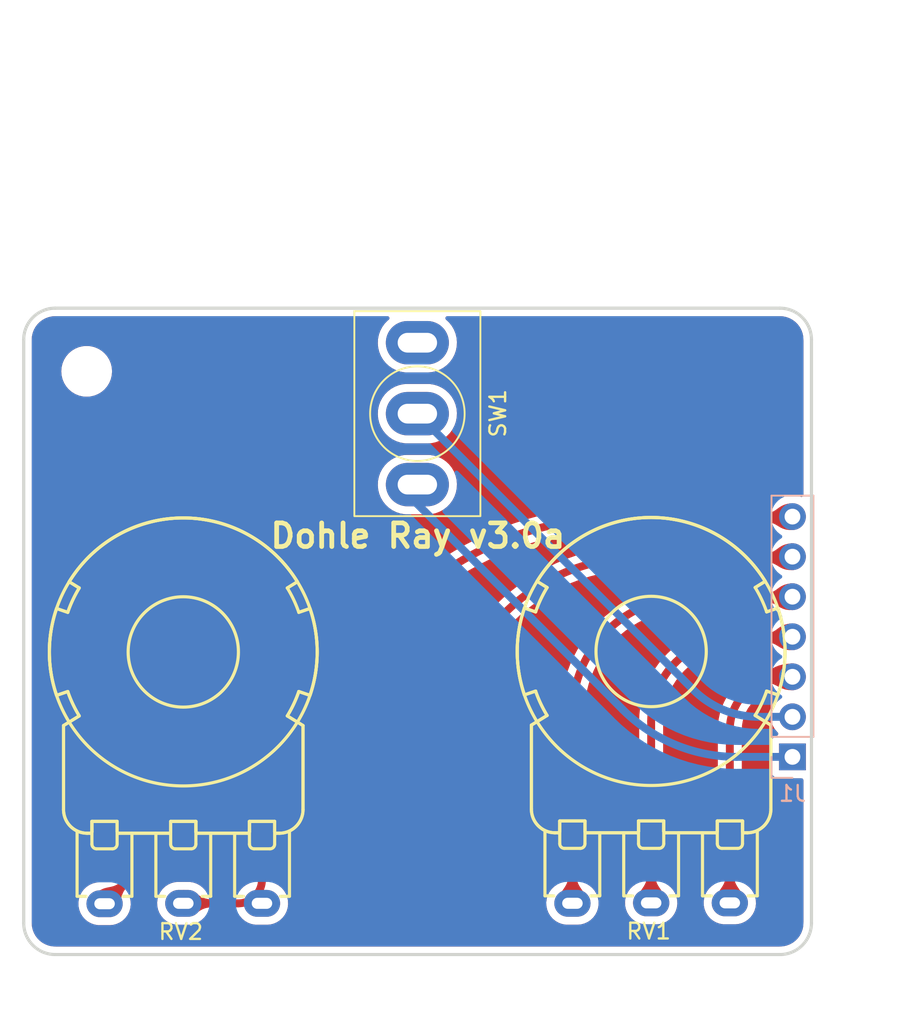
<source format=kicad_pcb>
(kicad_pcb (version 20211014) (generator pcbnew)
  (layers (0 "F.Cu" signal) (31 "B.Cu" signal) (34 "B.Paste" user) (35 "F.Paste" user) (36 "B.SilkS" user "B.Silkscreen") (37 "F.SilkS" user "F.Silkscreen") (38 "B.Mask" user) (39 "F.Mask" user) (44 "Edge.Cuts" user))
  (net 0 "")
  (net 1 "G1&2")
  (net 2 "G3")
  (net 3 "D1")
  (net 4 "D2")
  (net 5 "D3")
  (net 6 "B1")
  (net 7 "B2")
  (footprint "MountingHole:MountingHole_2.2mm_M2" (layer "F.Cu") (at 118.219202 100.97062)
    (fp_text reference "H1" hide)
    (fp_text value "MountingHole")
    (pad "" np_thru_hole circle locked (at 0 0) (size 2.2 2.2) (drill 2.2) (layers *.Cu *.Mask))
  )
  (footprint "Footprints:Vertical big potentiometer" (layer "F.Cu") (at 154.290636 136.987716)
    (fp_text reference "RV1" (at -0.4 -0.5 unlocked) (layer "F.SilkS"))
    (fp_text value "R_Potentiometer")
    (fp_line (start 6.359518 -22.305259) (end 6.998521 -22.69791) (layer "F.SilkS") (width 0.2))
    (fp_line (start 5.556482 -7.497868) (end 5.556482 -6.847868) (layer "F.SilkS") (width 0.2))
    (fp_line (start 5.656482 -6.747868) (end 5.856482 -6.747868) (layer "F.SilkS") (width 0.2))
    (fp_line (start 3.956482 -7.497868) (end 5.556482 -7.497868) (layer "F.SilkS") (width 0.2))
    (fp_line (start -1.043518 -7.497868) (end 0.556482 -7.497868) (layer "F.SilkS") (width 0.2))
    (fp_line (start -7.485556 -22.69791) (end -6.846553 -22.305259) (layer "F.SilkS") (width 0.2))
    (fp_line (start 0.556482 -7.497868) (end 0.556482 -6.847868) (layer "F.SilkS") (width 0.2))
    (fp_line (start -8.285048 -15.494) (end -7.575501 -15.736988) (layer "F.SilkS") (width 0.2))
    (fp_line (start 0.556482 -7.497868) (end 0.556482 -6.847868) (layer "F.SilkS") (width 0.2))
    (fp_line (start 7.356482 -8.247868) (end 7.356482 -13.577868) (layer "F.SilkS") (width 0.2))
    (fp_line (start -4.443518 -7.497868) (end -4.443518 -6.847868) (layer "F.SilkS") (width 0.2))
    (fp_line (start -6.983518 -2.747868) (end -6.421958 -2.745139) (layer "F.SilkS") (width 0.2))
    (fp_line (start 3.956482 -6.057868) (end 3.956482 -6.997868) (layer "F.SilkS") (width 0.2))
    (fp_line (start -6.043518 -6.847868) (end -6.043518 -7.497868) (layer "F.SilkS") (width 0.2))
    (fp_line (start -3.503518 -2.747868) (end -3.503518 -2.828416) (layer "F.SilkS") (width 0.2))
    (fp_line (start 5.256482 -5.757868) (end 4.256482 -5.757868) (layer "F.SilkS") (width 0.2))
    (fp_line (start -4.743518 -5.757868) (end -5.743518 -5.757868) (layer "F.SilkS") (width 0.2))
    (fp_line (start 7.356482 -13.577868) (end 6.359518 -14.190476) (layer "F.SilkS") (width 0.2))
    (fp_line (start 5.656482 -6.747868) (end 5.856482 -6.747868) (layer "F.SilkS") (width 0.2))
    (fp_line (start 6.496482 -2.747868) (end 6.496482 -6.891254) (layer "F.SilkS") (width 0.2))
    (fp_line (start -1.043518 -7.497868) (end 0.556482 -7.497868) (layer "F.SilkS") (width 0.2))
    (fp_line (start -3.503518 -2.828416) (end -3.503518 -6.747868) (layer "F.SilkS") (width 0.2))
    (fp_line (start 6.496482 -2.747868) (end 5.923636 -2.745139) (layer "F.SilkS") (width 0.2))
    (fp_line (start -1.043518 -6.057868) (end -1.043518 -6.997868) (layer "F.SilkS") (width 0.2))
    (fp_line (start -6.983518 -2.747868) (end -6.983518 -6.891254) (layer "F.SilkS") (width 0.2))
    (fp_line (start 3.956482 -6.847868) (end 3.956482 -7.497868) (layer "F.SilkS") (width 0.2))
    (fp_line (start -6.846553 -14.190476) (end -7.843518 -13.577868) (layer "F.SilkS") (width 0.2))
    (fp_line (start 1.496482 -2.747868) (end 1.496482 -6.747868) (layer "F.SilkS") (width 0.2))
    (fp_line (start -6.043518 -6.997868) (end -6.043518 -7.497868) (layer "F.SilkS") (width 0.2))
    (fp_line (start -6.043518 -7.497868) (end -4.443518 -7.497868) (layer "F.SilkS") (width 0.2))
    (fp_line (start -7.843518 -13.577868) (end -7.843518 -8.247868) (layer "F.SilkS") (width 0.2))
    (fp_line (start 6.359518 -22.305259) (end 6.998521 -22.69791) (layer "F.SilkS") (width 0.2))
    (fp_line (start 5.556482 -6.997868) (end 5.556482 -6.057868) (layer "F.SilkS") (width 0.2))
    (fp_line (start 0.556482 -6.997868) (end 0.556482 -6.057868) (layer "F.SilkS") (width 0.2))
    (fp_line (start 0.256482 -5.757868) (end -0.743518 -5.757868) (layer "F.SilkS") (width 0.2))
    (fp_line (start -1.983518 -2.747868) (end -1.983518 -6.747868) (layer "F.SilkS") (width 0.2))
    (fp_line (start -7.575501 -20.758748) (end -8.285048 -21.001736) (layer "F.SilkS") (width 0.2))
    (fp_line (start 3.956482 -7.497868) (end 5.556482 -7.497868) (layer "F.SilkS") (width 0.2))
    (fp_line (start -7.843518 -13.577868) (end -7.843518 -8.247868) (layer "F.SilkS") (width 0.2))
    (fp_line (start 0.556482 -7.497868) (end 0.556482 -6.997868) (layer "F.SilkS") (width 0.2))
    (fp_line (start 1.496482 -2.747868) (end 0.952672 -2.745139) (layer "F.SilkS") (width 0.2))
    (fp_line (start -3.503518 -2.747868) (end -4.069073 -2.745139) (layer "F.SilkS") (width 0.2))
    (fp_line (start -4.343518 -6.747868) (end -1.143518 -6.747868) (layer "F.SilkS") (width 0.2))
    (fp_line (start -1.983518 -2.747868) (end -1.422782 -2.745139) (layer "F.SilkS") (width 0.2))
    (fp_line (start -1.043518 -6.847868) (end -1.043518 -7.497868) (layer "F.SilkS") (width 0.2))
    (fp_line (start 0.656482 -6.747868) (end 3.856482 -6.747868) (layer "F.SilkS") (width 0.2))
    (fp_line (start -6.043518 -7.497868) (end -4.443518 -7.497868) (layer "F.SilkS") (width 0.2))
    (fp_line (start -6.043518 -6.057868) (end -6.043518 -6.997868) (layer "F.SilkS") (width 0.2))
    (fp_line (start 3.956482 -6.847868) (end 3.956482 -7.497868) (layer "F.SilkS") (width 0.2))
    (fp_line (start -8.285048 -15.494) (end -7.575501 -15.736988) (layer "F.SilkS") (width 0.2))
    (fp_line (start -6.343518 -6.747868) (end -6.143518 -6.747868) (layer "F.SilkS") (width 0.2))
    (fp_line (start -6.043518 -6.847868) (end -6.043518 -7.497868) (layer "F.SilkS") (width 0.2))
    (fp_line (start 3.016482 -2.747868) (end 3.016482 -6.747868) (layer "F.SilkS") (width 0.2))
    (fp_line (start 5.556482 -7.497868) (end 5.556482 -6.997868) (layer "F.SilkS") (width 0.2))
    (fp_line (start 7.088466 -15.736988) (end 7.798013 -15.494) (layer "F.SilkS") (width 0.2))
    (fp_line (start -6.043518 -7.497868) (end -4.443518 -7.497868) (layer "F.SilkS") (width 0.2))
    (fp_line (start 3.956482 -6.997868) (end 3.956482 -7.497868) (layer "F.SilkS") (width 0.2))
    (fp_line (start 7.088466 -15.736988) (end 7.798013 -15.494) (layer "F.SilkS") (width 0.2))
    (fp_line (start -7.485556 -22.69791) (end -6.846553 -22.305259) (layer "F.SilkS") (width 0.2))
    (fp_line (start 3.956482 -7.497868) (end 5.556482 -7.497868) (layer "F.SilkS") (width 0.2))
    (fp_line (start -4.443518 -7.497868) (end -4.443518 -6.997868) (layer "F.SilkS") (width 0.2))
    (fp_line (start 0.656482 -6.747868) (end 3.856482 -6.747868) (layer "F.SilkS") (width 0.2))
    (fp_line (start -4.443518 -7.497868) (end -4.443518 -6.847868) (layer "F.SilkS") (width 0.2))
    (fp_line (start 7.356482 -13.577868) (end 6.359518 -14.190476) (layer "F.SilkS") (width 0.2))
    (fp_line (start -1.043518 -7.497868) (end 0.556482 -7.497868) (layer "F.SilkS") (width 0.2))
    (fp_line (start 3.016482 -2.747868) (end 3.576393 -2.745139) (layer "F.SilkS") (width 0.2))
    (fp_line (start -4.343518 -6.747868) (end -1.143518 -6.747868) (layer "F.SilkS") (width 0.2))
    (fp_line (start 7.798013 -21.001736) (end 7.088466 -20.758748) (layer "F.SilkS") (width 0.2))
    (fp_line (start -6.846553 -14.190476) (end -7.843518 -13.577868) (layer "F.SilkS") (width 0.2))
    (fp_line (start -7.575501 -20.758748) (end -8.285048 -21.001736) (layer "F.SilkS") (width 0.2))
    (fp_line (start -1.043518 -6.997868) (end -1.043518 -7.497868) (layer "F.SilkS") (width 0.2))
    (fp_line (start 7.356482 -8.247868) (end 7.356482 -13.577868) (layer "F.SilkS") (width 0.2))
    (fp_line (start -1.043518 -6.847868) (end -1.043518 -7.497868) (layer "F.SilkS") (width 0.2))
    (fp_line (start -4.443518 -6.997868) (end -4.443518 -6.057868) (layer "F.SilkS") (width 0.2))
    (fp_line (start -6.343518 -6.747868) (end -6.143518 -6.747868) (layer "F.SilkS") (width 0.2))
    (fp_line (start 5.556482 -7.497868) (end 5.556482 -6.847868) (layer "F.SilkS") (width 0.2))
    (fp_line (start 7.798013 -21.001736) (end 7.088466 -20.758748) (layer "F.SilkS") (width 0.2))
    (fp_arc (start -4.443518 -6.057868) (mid -4.531386 -5.845736) (end -4.743518 -5.757868) (layer "F.SilkS") (width 0.2))
    (fp_arc (start -4.343518 -6.747868) (mid -4.414228 -6.777158) (end -4.443518 -6.847868) (layer "F.SilkS") (width 0.2))
    (fp_arc (start 0.656482 -6.747868) (mid 0.585772 -6.777162) (end 0.556482 -6.847868) (layer "F.SilkS") (width 0.2))
    (fp_arc (start 7.088466 -15.736988) (mid 6.766769 -14.943569) (end 6.359518 -14.190476) (layer "F.SilkS") (width 0.2))
    (fp_arc (start -8.285048 -15.494) (mid -8.743518 -18.247868) (end -8.285048 -21.001736) (layer "F.SilkS") (width 0.2))
    (fp_arc (start -1.043518 -6.847868) (mid -1.072807 -6.777157) (end -1.143518 -6.747868) (layer "F.SilkS") (width 0.2))
    (fp_arc (start -7.575501 -20.758748) (mid -7.253804 -21.552166) (end -6.846553 -22.305259) (layer "F.SilkS") (width 0.2))
    (fp_arc (start 0.656482 -6.747868) (mid 0.585772 -6.777162) (end 0.556482 -6.847868) (layer "F.SilkS") (width 0.2))
    (fp_arc (start 7.798013 -21.001736) (mid 8.256482 -18.247868) (end 7.798013 -15.494) (layer "F.SilkS") (width 0.2))
    (fp_arc (start 3.956482 -6.847868) (mid 3.92718 -6.777184) (end 3.856482 -6.747868) (layer "F.SilkS") (width 0.2))
    (fp_arc (start -6.343518 -6.747868) (mid -7.404178 -7.187208) (end -7.843518 -8.247868) (layer "F.SilkS") (width 0.2))
    (fp_arc (start -7.485556 -22.69791) (mid -0.243518 -26.747868) (end 6.998521 -22.69791) (layer "F.SilkS") (width 0.2))
    (fp_arc (start 6.359518 -22.305259) (mid 6.766769 -21.552166) (end 7.088466 -20.758748) (layer "F.SilkS") (width 0.2))
    (fp_arc (start -8.285048 -15.494) (mid -8.743518 -18.247868) (end -8.285048 -21.001736) (layer "F.SilkS") (width 0.2))
    (fp_arc (start 4.256482 -5.757868) (mid 4.04435 -5.84574) (end 3.956482 -6.057868) (layer "F.SilkS") (width 0.2))
    (fp_arc (start 5.656482 -6.747868) (mid 5.585772 -6.777162) (end 5.556482 -6.847868) (layer "F.SilkS") (width 0.2))
    (fp_arc (start -6.043518 -6.847868) (mid -6.072807 -6.777157) (end -6.143518 -6.747868) (layer "F.SilkS") (width 0.2))
    (fp_arc (start -6.846553 -14.190476) (mid -7.253804 -14.943569) (end -7.575501 -15.736988) (layer "F.SilkS") (width 0.2))
    (fp_arc (start -5.743518 -5.757868) (mid -5.95565 -5.845736) (end -6.043518 -6.057868) (layer "F.SilkS") (width 0.2))
    (fp_arc (start -4.343518 -6.747868) (mid -4.414228 -6.777158) (end -4.443518 -6.847868) (layer "F.SilkS") (width 0.2))
    (fp_arc (start -0.743518 -5.757868) (mid -0.95565 -5.845736) (end -1.043518 -6.057868) (layer "F.SilkS") (width 0.2))
    (fp_arc (start 5.556482 -6.057868) (mid 5.468613 -5.845737) (end 5.256482 -5.757868) (layer "F.SilkS") (width 0.2))
    (fp_arc (start -7.575501 -20.758748) (mid -7.253804 -21.552166) (end -6.846553 -22.305259) (layer "F.SilkS") (width 0.2))
    (fp_arc (start 7.088466 -15.736988) (mid 6.766769 -14.943569) (end 6.359518 -14.190476) (layer "F.SilkS") (width 0.2))
    (fp_arc (start 5.656482 -6.747868) (mid 5.585772 -6.777162) (end 5.556482 -6.847868) (layer "F.SilkS") (width 0.2))
    (fp_arc (start 7.798013 -21.001736) (mid 8.256482 -18.247868) (end 7.798013 -15.494) (layer "F.SilkS") (width 0.2))
    (fp_arc (start 7.356482 -8.247868) (mid 6.917142 -7.187208) (end 5.856482 -6.747868) (layer "F.SilkS") (width 0.2))
    (fp_arc (start -6.846553 -14.190476) (mid -7.253804 -14.943569) (end -7.575501 -15.736988) (layer "F.SilkS") (width 0.2))
    (fp_arc (start -1.043518 -6.847868) (mid -1.072807 -6.777157) (end -1.143518 -6.747868) (layer "F.SilkS") (width 0.2))
    (fp_arc (start 3.956482 -6.847868) (mid 3.92718 -6.777184) (end 3.856482 -6.747868) (layer "F.SilkS") (width 0.2))
    (fp_arc (start 0.556482 -6.057868) (mid 0.468614 -5.845736) (end 0.256482 -5.757868) (layer "F.SilkS") (width 0.2))
    (fp_arc (start 7.356482 -8.247868) (mid 6.917142 -7.187208) (end 5.856482 -6.747868) (layer "F.SilkS") (width 0.2))
    (fp_arc (start -7.485556 -22.69791) (mid -0.243518 -26.747868) (end 6.998521 -22.69791) (layer "F.SilkS") (width 0.2))
    (fp_arc (start -6.343518 -6.747868) (mid -7.404178 -7.187208) (end -7.843518 -8.247868) (layer "F.SilkS") (width 0.2))
    (fp_arc (start -6.043518 -6.847868) (mid -6.072807 -6.777157) (end -6.143518 -6.747868) (layer "F.SilkS") (width 0.2))
    (fp_circle (center -0.243518 -18.247868) (end -3.743518 -18.247868) (layer "F.SilkS") (width 0.2) (fill none))
    (fp_circle (center -0.243518 -18.247868) (end -8.743518 -18.247868) (layer "F.SilkS") (width 0.2) (fill none))
    (pad "1" thru_hole oval (at 4.750573 -2.300768) (size 2.3 1.7) (drill oval 1.3 0.7) (layers *.Cu *.Mask) (net 3 "D1"))
    (pad "2" thru_hole oval (at -0.241116 -2.300768) (size 2.3 1.7) (drill oval 1.3 0.7) (layers *.Cu *.Mask) (net 4 "D2"))
    (pad "3" thru_hole oval (at -5.239173 -2.2753) (size 2.3 1.7) (drill oval 1.3 0.7) (layers *.Cu *.Mask) (net 5 "D3"))
  )
  (footprint "Footprints:Vertical big potentiometer" (layer "F.Cu") (at 124.594806 137.016347)
    (fp_text reference "RV2" (at -0.4 -0.5 unlocked) (layer "F.SilkS"))
    (fp_text value "R_Potentiometer")
    (fp_line (start -6.983518 -2.747868) (end -6.983518 -6.891254) (layer "F.SilkS") (width 0.2))
    (fp_line (start 3.956482 -7.497868) (end 5.556482 -7.497868) (layer "F.SilkS") (width 0.2))
    (fp_line (start -6.043518 -6.057868) (end -6.043518 -6.997868) (layer "F.SilkS") (width 0.2))
    (fp_line (start 3.956482 -6.997868) (end 3.956482 -7.497868) (layer "F.SilkS") (width 0.2))
    (fp_line (start -3.503518 -2.747868) (end -4.069073 -2.745139) (layer "F.SilkS") (width 0.2))
    (fp_line (start 7.088466 -15.736988) (end 7.798013 -15.494) (layer "F.SilkS") (width 0.2))
    (fp_line (start -4.343518 -6.747868) (end -1.143518 -6.747868) (layer "F.SilkS") (width 0.2))
    (fp_line (start -7.575501 -20.758748) (end -8.285048 -21.001736) (layer "F.SilkS") (width 0.2))
    (fp_line (start 6.496482 -2.747868) (end 6.496482 -6.891254) (layer "F.SilkS") (width 0.2))
    (fp_line (start 5.656482 -6.747868) (end 5.856482 -6.747868) (layer "F.SilkS") (width 0.2))
    (fp_line (start 5.556482 -7.497868) (end 5.556482 -6.847868) (layer "F.SilkS") (width 0.2))
    (fp_line (start 0.656482 -6.747868) (end 3.856482 -6.747868) (layer "F.SilkS") (width 0.2))
    (fp_line (start 7.356482 -8.247868) (end 7.356482 -13.577868) (layer "F.SilkS") (width 0.2))
    (fp_line (start -6.343518 -6.747868) (end -6.143518 -6.747868) (layer "F.SilkS") (width 0.2))
    (fp_line (start -6.043518 -7.497868) (end -4.443518 -7.497868) (layer "F.SilkS") (width 0.2))
    (fp_line (start -1.983518 -2.747868) (end -1.422782 -2.745139) (layer "F.SilkS") (width 0.2))
    (fp_line (start -6.043518 -6.997868) (end -6.043518 -7.497868) (layer "F.SilkS") (width 0.2))
    (fp_line (start 5.256482 -5.757868) (end 4.256482 -5.757868) (layer "F.SilkS") (width 0.2))
    (fp_line (start 6.359518 -22.305259) (end 6.998521 -22.69791) (layer "F.SilkS") (width 0.2))
    (fp_line (start -4.443518 -7.497868) (end -4.443518 -6.847868) (layer "F.SilkS") (width 0.2))
    (fp_line (start 7.356482 -8.247868) (end 7.356482 -13.577868) (layer "F.SilkS") (width 0.2))
    (fp_line (start 7.798013 -21.001736) (end 7.088466 -20.758748) (layer "F.SilkS") (width 0.2))
    (fp_line (start -1.043518 -6.057868) (end -1.043518 -6.997868) (layer "F.SilkS") (width 0.2))
    (fp_line (start -4.343518 -6.747868) (end -1.143518 -6.747868) (layer "F.SilkS") (width 0.2))
    (fp_line (start 5.556482 -7.497868) (end 5.556482 -6.847868) (layer "F.SilkS") (width 0.2))
    (fp_line (start 1.496482 -2.747868) (end 0.952672 -2.745139) (layer "F.SilkS") (width 0.2))
    (fp_line (start 3.956482 -7.497868) (end 5.556482 -7.497868) (layer "F.SilkS") (width 0.2))
    (fp_line (start 3.956482 -7.497868) (end 5.556482 -7.497868) (layer "F.SilkS") (width 0.2))
    (fp_line (start -6.983518 -2.747868) (end -6.421958 -2.745139) (layer "F.SilkS") (width 0.2))
    (fp_line (start -6.043518 -7.497868) (end -4.443518 -7.497868) (layer "F.SilkS") (width 0.2))
    (fp_line (start -8.285048 -15.494) (end -7.575501 -15.736988) (layer "F.SilkS") (width 0.2))
    (fp_line (start -4.743518 -5.757868) (end -5.743518 -5.757868) (layer "F.SilkS") (width 0.2))
    (fp_line (start 0.556482 -7.497868) (end 0.556482 -6.997868) (layer "F.SilkS") (width 0.2))
    (fp_line (start 7.356482 -13.577868) (end 6.359518 -14.190476) (layer "F.SilkS") (width 0.2))
    (fp_line (start -1.043518 -6.997868) (end -1.043518 -7.497868) (layer "F.SilkS") (width 0.2))
    (fp_line (start 3.956482 -6.057868) (end 3.956482 -6.997868) (layer "F.SilkS") (width 0.2))
    (fp_line (start 0.556482 -7.497868) (end 0.556482 -6.847868) (layer "F.SilkS") (width 0.2))
    (fp_line (start 6.359518 -22.305259) (end 6.998521 -22.69791) (layer "F.SilkS") (width 0.2))
    (fp_line (start 5.556482 -7.497868) (end 5.556482 -6.997868) (layer "F.SilkS") (width 0.2))
    (fp_line (start -1.043518 -6.847868) (end -1.043518 -7.497868) (layer "F.SilkS") (width 0.2))
    (fp_line (start 5.556482 -6.997868) (end 5.556482 -6.057868) (layer "F.SilkS") (width 0.2))
    (fp_line (start -4.443518 -7.497868) (end -4.443518 -6.847868) (layer "F.SilkS") (width 0.2))
    (fp_line (start -7.843518 -13.577868) (end -7.843518 -8.247868) (layer "F.SilkS") (width 0.2))
    (fp_line (start -4.443518 -6.997868) (end -4.443518 -6.057868) (layer "F.SilkS") (width 0.2))
    (fp_line (start 1.496482 -2.747868) (end 1.496482 -6.747868) (layer "F.SilkS") (width 0.2))
    (fp_line (start -7.843518 -13.577868) (end -7.843518 -8.247868) (layer "F.SilkS") (width 0.2))
    (fp_line (start -6.343518 -6.747868) (end -6.143518 -6.747868) (layer "F.SilkS") (width 0.2))
    (fp_line (start -7.485556 -22.69791) (end -6.846553 -22.305259) (layer "F.SilkS") (width 0.2))
    (fp_line (start -1.043518 -7.497868) (end 0.556482 -7.497868) (layer "F.SilkS") (width 0.2))
    (fp_line (start -3.503518 -2.828416) (end -3.503518 -6.747868) (layer "F.SilkS") (width 0.2))
    (fp_line (start -1.043518 -7.497868) (end 0.556482 -7.497868) (layer "F.SilkS") (width 0.2))
    (fp_line (start -1.983518 -2.747868) (end -1.983518 -6.747868) (layer "F.SilkS") (width 0.2))
    (fp_line (start -1.043518 -6.847868) (end -1.043518 -7.497868) (layer "F.SilkS") (width 0.2))
    (fp_line (start 0.556482 -7.497868) (end 0.556482 -6.847868) (layer "F.SilkS") (width 0.2))
    (fp_line (start 0.556482 -6.997868) (end 0.556482 -6.057868) (layer "F.SilkS") (width 0.2))
    (fp_line (start -6.043518 -7.497868) (end -4.443518 -7.497868) (layer "F.SilkS") (width 0.2))
    (fp_line (start 3.956482 -6.847868) (end 3.956482 -7.497868) (layer "F.SilkS") (width 0.2))
    (fp_line (start -6.846553 -14.190476) (end -7.843518 -13.577868) (layer "F.SilkS") (width 0.2))
    (fp_line (start -6.043518 -6.847868) (end -6.043518 -7.497868) (layer "F.SilkS") (width 0.2))
    (fp_line (start 3.016482 -2.747868) (end 3.576393 -2.745139) (layer "F.SilkS") (width 0.2))
    (fp_line (start 5.656482 -6.747868) (end 5.856482 -6.747868) (layer "F.SilkS") (width 0.2))
    (fp_line (start 3.016482 -2.747868) (end 3.016482 -6.747868) (layer "F.SilkS") (width 0.2))
    (fp_line (start -8.285048 -15.494) (end -7.575501 -15.736988) (layer "F.SilkS") (width 0.2))
    (fp_line (start -6.846553 -14.190476) (end -7.843518 -13.577868) (layer "F.SilkS") (width 0.2))
    (fp_line (start 0.256482 -5.757868) (end -0.743518 -5.757868) (layer "F.SilkS") (width 0.2))
    (fp_line (start -7.575501 -20.758748) (end -8.285048 -21.001736) (layer "F.SilkS") (width 0.2))
    (fp_line (start -1.043518 -7.497868) (end 0.556482 -7.497868) (layer "F.SilkS") (width 0.2))
    (fp_line (start 7.088466 -15.736988) (end 7.798013 -15.494) (layer "F.SilkS") (width 0.2))
    (fp_line (start -7.485556 -22.69791) (end -6.846553 -22.305259) (layer "F.SilkS") (width 0.2))
    (fp_line (start 0.656482 -6.747868) (end 3.856482 -6.747868) (layer "F.SilkS") (width 0.2))
    (fp_line (start -4.443518 -7.497868) (end -4.443518 -6.997868) (layer "F.SilkS") (width 0.2))
    (fp_line (start 3.956482 -6.847868) (end 3.956482 -7.497868) (layer "F.SilkS") (width 0.2))
    (fp_line (start 7.798013 -21.001736) (end 7.088466 -20.758748) (layer "F.SilkS") (width 0.2))
    (fp_line (start -6.043518 -6.847868) (end -6.043518 -7.497868) (layer "F.SilkS") (width 0.2))
    (fp_line (start -3.503518 -2.747868) (end -3.503518 -2.828416) (layer "F.SilkS") (width 0.2))
    (fp_line (start 6.496482 -2.747868) (end 5.923636 -2.745139) (layer "F.SilkS") (width 0.2))
    (fp_line (start 7.356482 -13.577868) (end 6.359518 -14.190476) (layer "F.SilkS") (width 0.2))
    (fp_arc (start -4.343518 -6.747868) (mid -4.414228 -6.777158) (end -4.443518 -6.847868) (layer "F.SilkS") (width 0.2))
    (fp_arc (start 7.356482 -8.247868) (mid 6.917142 -7.187208) (end 5.856482 -6.747868) (layer "F.SilkS") (width 0.2))
    (fp_arc (start 6.359518 -22.305259) (mid 6.766769 -21.552166) (end 7.088466 -20.758748) (layer "F.SilkS") (width 0.2))
    (fp_arc (start 5.556482 -6.057868) (mid 5.468613 -5.845737) (end 5.256482 -5.757868) (layer "F.SilkS") (width 0.2))
    (fp_arc (start 0.656482 -6.747868) (mid 0.585772 -6.777162) (end 0.556482 -6.847868) (layer "F.SilkS") (width 0.2))
    (fp_arc (start -6.043518 -6.847868) (mid -6.072807 -6.777157) (end -6.143518 -6.747868) (layer "F.SilkS") (width 0.2))
    (fp_arc (start -6.343518 -6.747868) (mid -7.404178 -7.187208) (end -7.843518 -8.247868) (layer "F.SilkS") (width 0.2))
    (fp_arc (start -7.575501 -20.758748) (mid -7.253804 -21.552166) (end -6.846553 -22.305259) (layer "F.SilkS") (width 0.2))
    (fp_arc (start -6.043518 -6.847868) (mid -6.072807 -6.777157) (end -6.143518 -6.747868) (layer "F.SilkS") (width 0.2))
    (fp_arc (start 7.798013 -21.001736) (mid 8.256482 -18.247868) (end 7.798013 -15.494) (layer "F.SilkS") (width 0.2))
    (fp_arc (start -7.575501 -20.758748) (mid -7.253804 -21.552166) (end -6.846553 -22.305259) (layer "F.SilkS") (width 0.2))
    (fp_arc (start -6.846553 -14.190476) (mid -7.253804 -14.943569) (end -7.575501 -15.736988) (layer "F.SilkS") (width 0.2))
    (fp_arc (start -4.443518 -6.057868) (mid -4.531386 -5.845736) (end -4.743518 -5.757868) (layer "F.SilkS") (width 0.2))
    (fp_arc (start 4.256482 -5.757868) (mid 4.04435 -5.84574) (end 3.956482 -6.057868) (layer "F.SilkS") (width 0.2))
    (fp_arc (start 5.656482 -6.747868) (mid 5.585772 -6.777162) (end 5.556482 -6.847868) (layer "F.SilkS") (width 0.2))
    (fp_arc (start 5.656482 -6.747868) (mid 5.585772 -6.777162) (end 5.556482 -6.847868) (layer "F.SilkS") (width 0.2))
    (fp_arc (start 7.798013 -21.001736) (mid 8.256482 -18.247868) (end 7.798013 -15.494) (layer "F.SilkS") (width 0.2))
    (fp_arc (start -0.743518 -5.757868) (mid -0.95565 -5.845736) (end -1.043518 -6.057868) (layer "F.SilkS") (width 0.2))
    (fp_arc (start -6.343518 -6.747868) (mid -7.404178 -7.187208) (end -7.843518 -8.247868) (layer "F.SilkS") (width 0.2))
    (fp_arc (start -4.343518 -6.747868) (mid -4.414228 -6.777158) (end -4.443518 -6.847868) (layer "F.SilkS") (width 0.2))
    (fp_arc (start -8.285048 -15.494) (mid -8.743518 -18.247868) (end -8.285048 -21.001736) (layer "F.SilkS") (width 0.2))
    (fp_arc (start 7.356482 -8.247868) (mid 6.917142 -7.187208) (end 5.856482 -6.747868) (layer "F.SilkS") (width 0.2))
    (fp_arc (start -8.285048 -15.494) (mid -8.743518 -18.247868) (end -8.285048 -21.001736) (layer "F.SilkS") (width 0.2))
    (fp_arc (start 3.956482 -6.847868) (mid 3.92718 -6.777184) (end 3.856482 -6.747868) (layer "F.SilkS") (width 0.2))
    (fp_arc (start 3.956482 -6.847868) (mid 3.92718 -6.777184) (end 3.856482 -6.747868) (layer "F.SilkS") (width 0.2))
    (fp_arc (start 7.088466 -15.736988) (mid 6.766769 -14.943569) (end 6.359518 -14.190476) (layer "F.SilkS") (width 0.2))
    (fp_arc (start -7.485556 -22.69791) (mid -0.243518 -26.747868) (end 6.998521 -22.69791) (layer "F.SilkS") (width 0.2))
    (fp_arc (start -6.846553 -14.190476) (mid -7.253804 -14.943569) (end -7.575501 -15.736988) (layer "F.SilkS") (width 0.2))
    (fp_arc (start 0.656482 -6.747868) (mid 0.585772 -6.777162) (end 0.556482 -6.847868) (layer "F.SilkS") (width 0.2))
    (fp_arc (start 0.556482 -6.057868) (mid 0.468614 -5.845736) (end 0.256482 -5.757868) (layer "F.SilkS") (width 0.2))
    (fp_arc (start -1.043518 -6.847868) (mid -1.072807 -6.777157) (end -1.143518 -6.747868) (layer "F.SilkS") (width 0.2))
    (fp_arc (start -1.043518 -6.847868) (mid -1.072807 -6.777157) (end -1.143518 -6.747868) (layer "F.SilkS") (width 0.2))
    (fp_arc (start 7.088466 -15.736988) (mid 6.766769 -14.943569) (end 6.359518 -14.190476) (layer "F.SilkS") (width 0.2))
    (fp_arc (start -5.743518 -5.757868) (mid -5.95565 -5.845736) (end -6.043518 -6.057868) (layer "F.SilkS") (width 0.2))
    (fp_arc (start -7.485556 -22.69791) (mid -0.243518 -26.747868) (end 6.998521 -22.69791) (layer "F.SilkS") (width 0.2))
    (fp_circle (center -0.243518 -18.247868) (end -8.743518 -18.247868) (layer "F.SilkS") (width 0.2) (fill none))
    (fp_circle (center -0.243518 -18.247868) (end -3.743518 -18.247868) (layer "F.SilkS") (width 0.2) (fill none))
    (pad "1" thru_hole oval (at 4.750573 -2.300768) (size 2.3 1.7) (drill oval 1.3 0.7) (layers *.Cu *.Mask) (net 1 "G1&2"))
    (pad "2" thru_hole oval (at -0.241116 -2.300768) (size 2.3 1.7) (drill oval 1.3 0.7) (layers *.Cu *.Mask) (net 1 "G1&2"))
    (pad "3" thru_hole oval (at -5.239173 -2.2753) (size 2.3 1.7) (drill oval 1.3 0.7) (layers *.Cu *.Mask) (net 2 "G3"))
  )
  (footprint "Footprints:SPDT_fi6mm_footswitch" (layer "F.Cu") (at 139.209679 113.65504)
    (fp_text reference "SW1" (at 5.113121 -10.02304 90 unlocked) (layer "F.SilkS"))
    (fp_text value "SW_SPDT")
    (fp_rect (start -4 -16.5) (end 4 -3.5) (layer "F.SilkS") (width 0.12) (fill none))
    (fp_circle (center 0 -10) (end 3 -10) (layer "F.SilkS") (width 0.12) (fill none))
    (pad "1" thru_hole oval (at 0 -5.5) (size 4 2.75) (drill oval 2.5 1.25) (layers *.Cu *.Mask) (net 6 "B1"))
    (pad "2" thru_hole oval (at 0 -10) (size 4 2.75) (drill oval 2.5 1.25) (layers *.Cu *.Mask) (net 7 "B2"))
    (pad "3" thru_hole oval (at 0 -14.5) (size 4 2.75) (drill oval 2.5 1.25) (layers *.Cu *.Mask))
  )
  (footprint "Connector_PinHeader_2.54mm:PinHeader_1x07_P2.54mm_Vertical" (layer "B.Cu") (at 163.0172 125.4252)
    (fp_text reference "J1" (at 0 2.33) (layer "B.SilkS") (effects (justify mirror)))
    (fp_text value "Conn_01x07_Female")
    (fp_line (start -1.33 0) (end -1.33 1.33) (layer "B.SilkS") (width 0.12))
    (fp_line (start -1.33 1.33) (end 0 1.33) (layer "B.SilkS") (width 0.12))
    (fp_line (start 1.33 -1.27) (end 1.33 -16.57) (layer "B.SilkS") (width 0.12))
    (fp_line (start -1.33 -16.57) (end 1.33 -16.57) (layer "B.SilkS") (width 0.12))
    (fp_line (start -1.33 -1.27) (end 1.33 -1.27) (layer "B.SilkS") (width 0.12))
    (fp_line (start -1.33 -1.27) (end -1.33 -16.57) (layer "B.SilkS") (width 0.12))
    (pad "1" thru_hole rect locked (at 0 0) (size 1.7 1.7) (drill 1) (layers *.Cu *.Mask) (net 6 "B1"))
    (pad "2" thru_hole oval locked (at 0 -2.54) (size 1.7 1.7) (drill 1) (layers *.Cu *.Mask) (net 7 "B2"))
    (pad "3" thru_hole oval locked (at 0 -5.08) (size 1.7 1.7) (drill 1) (layers *.Cu *.Mask) (net 3 "D1"))
    (pad "4" thru_hole oval locked (at 0 -7.62) (size 1.7 1.7) (drill 1) (layers *.Cu *.Mask) (net 4 "D2"))
    (pad "5" thru_hole oval locked (at 0 -10.16) (size 1.7 1.7) (drill 1) (layers *.Cu *.Mask) (net 5 "D3"))
    (pad "6" thru_hole oval locked (at 0 -12.7) (size 1.7 1.7) (drill 1) (layers *.Cu *.Mask) (net 1 "G1&2"))
    (pad "7" thru_hole oval locked (at 0 -15.24) (size 1.7 1.7) (drill 1) (layers *.Cu *.Mask) (net 2 "G3"))
  )
  (gr_arc (start 162.223286 96.963496) (mid 163.6375 97.549282) (end 164.223286 98.963496) (layer "Edge.Cuts") (width 0.2))
  (gr_arc (start 114.223286 98.963496) (mid 114.809073 97.549283) (end 116.223286 96.963496) (layer "Edge.Cuts") (width 0.2))
  (gr_line (start 116.223286 137.963496) (end 162.223286 137.963496) (layer "Edge.Cuts") (width 0.2))
  (gr_arc (start 116.223286 137.963496) (mid 114.809072 137.37771) (end 114.223286 135.963496) (layer "Edge.Cuts") (width 0.2))
  (gr_line (start 114.223286 98.963496) (end 114.223286 135.963496) (layer "Edge.Cuts") (width 0.2))
  (gr_arc (start 164.223286 135.963496) (mid 163.6375 137.37771) (end 162.223286 137.963496) (layer "Edge.Cuts") (width 0.2))
  (gr_line (start 164.223286 135.963496) (end 164.223286 98.963496) (layer "Edge.Cuts") (width 0.2))
  (gr_line (start 162.223286 96.963496) (end 116.223286 96.963496) (layer "Edge.Cuts") (width 0.2))
  (gr_text "Dohle Ray v3.0a" (at 139.2428 111.4044) (layer "F.SilkS") (effects (font (size 1.5 1.5) (thickness 0.3))))
  (segment (start 124.35369 134.715579) (end 127.844493 134.715579) (width 0.5) (layer "F.Cu") (net 1))
  (segment (start 153.250981 112.786196) (end 162.956204 112.786196) (width 0.5) (layer "F.Cu") (net 1))
  (segment (start 130.406666 130.652521) (end 144.753021 116.306166) (width 0.5) (layer "F.Cu") (net 1))
  (segment (start 162.956204 112.786196) (end 163.0172 112.7252) (width 0.5) (layer "F.Cu") (net 1))
  (arc (start 127.844493 134.715579) (mid 128.90578 134.27598) (end 129.345379 133.214693) (width 0.5) (layer "F.Cu") (net 1))
  (arc (start 129.345379 133.214693) (mid 129.621199 131.828056) (end 130.406666 130.652521) (width 0.5) (layer "F.Cu") (net 1))
  (arc (start 144.753021 116.306166) (mid 148.651918 113.701006) (end 153.250981 112.786196) (width 0.5) (layer "F.Cu") (net 1))
  (segment (start 162.956204 110.246196) (end 163.0172 110.1852) (width 0.5) (layer "F.Cu") (net 2))
  (segment (start 119.355633 134.741047) (end 138.030649 116.066032) (width 0.5) (layer "F.Cu") (net 2))
  (segment (start 152.080976 110.246196) (end 162.956204 110.246196) (width 0.5) (layer "F.Cu") (net 2))
  (arc (start 138.030649 116.066032) (mid 144.476994 111.758722) (end 152.080976 110.246196) (width 0.5) (layer "F.Cu") (net 2))
  (segment (start 162.953935 120.408465) (end 163.0172 120.3452) (width 0.5) (layer "F.Cu") (net 3))
  (segment (start 161.799376 120.408465) (end 162.953935 120.408465) (width 0.5) (layer "F.Cu") (net 3))
  (segment (start 159.041209 134.686948) (end 159.041209 123.703953) (width 0.5) (layer "F.Cu") (net 3))
  (segment (start 160.0071 121.372087) (end 160.278926 121.100261) (width 0.5) (layer "F.Cu") (net 3))
  (arc (start 159.041209 123.703953) (mid 159.292236 122.441956) (end 160.0071 121.372087) (width 0.5) (layer "F.Cu") (net 3))
  (arc (start 160.278926 121.100261) (mid 160.97656 120.617421) (end 161.799376 120.408465) (width 0.5) (layer "F.Cu") (net 3))
  (segment (start 154.04952 134.686948) (end 154.04952 123.181222) (width 0.5) (layer "F.Cu") (net 4))
  (segment (start 162.956204 117.866196) (end 163.0172 117.8052) (width 0.5) (layer "F.Cu") (net 4))
  (segment (start 159.364546 117.866196) (end 162.956204 117.866196) (width 0.5) (layer "F.Cu") (net 4))
  (arc (start 154.04952 123.181222) (mid 154.454103 121.14725) (end 155.606255 119.422931) (width 0.5) (layer "F.Cu") (net 4))
  (arc (start 155.606255 119.422931) (mid 157.330574 118.270779) (end 159.364546 117.866196) (width 0.5) (layer "F.Cu") (net 4))
  (segment (start 163.0172 115.2652) (end 162.956204 115.326196) (width 0.5) (layer "F.Cu") (net 5))
  (segment (start 149.051463 122.672967) (end 149.051463 134.712416) (width 0.5) (layer "F.Cu") (net 5))
  (segment (start 162.956204 115.326196) (end 156.391009 115.326196) (width 0.5) (layer "F.Cu") (net 5))
  (arc (start 156.391009 115.326196) (mid 153.584239 115.884499) (end 151.204776 117.474411) (width 0.5) (layer "F.Cu") (net 5))
  (arc (start 151.204776 117.474411) (mid 149.611091 119.859529) (end 149.051463 122.672967) (width 0.5) (layer "F.Cu") (net 5))
  (segment (start 139.209679 109.390079) (end 152.252223 122.432623) (width 0.5) (layer "B.Cu") (net 6))
  (segment (start 159.476943 125.4252) (end 163.0172 125.4252) (width 0.5) (layer "B.Cu") (net 6))
  (segment (start 139.209679 108.15504) (end 139.209679 109.390079) (width 0.5) (layer "B.Cu") (net 6))
  (arc (start 152.252223 122.432623) (mid 155.566953 124.647455) (end 159.476943 125.4252) (width 0.5) (layer "B.Cu") (net 6))
  (segment (start 156.719912 121.165273) (end 139.209679 103.65504) (width 0.5) (layer "B.Cu") (net 7))
  (segment (start 163.0172 122.8852) (end 160.872184 122.8852) (width 0.5) (layer "B.Cu") (net 7))
  (arc (start 160.872184 122.8852) (mid 158.624991 122.438205) (end 156.719912 121.165273) (width 0.5) (layer "B.Cu") (net 7))
  (zone (net 1) (net_name "G1&2") (layer "F.Cu") (priority 16962) (connect_pads yes (clearance 0)) (min_thickness 0.0254) (fill yes (thermal_gap 0.508) (thermal_bridge_width 0.508))
    (polygon (pts (xy 161.146204 113.036196) (xy 161.4169 113.053163) (xy 161.63607 113.098907) (xy 161.816577 113.165697) (xy 161.971282 113.245801) (xy 162.113049 113.331487) (xy 162.254739 113.415022) (xy 162.409213 113.488676) (xy 162.589335 113.544715) (xy 162.807966 113.575409) (xy 163.077968 113.573024) (xy 163.441112 112.694816) (xy 162.956432 111.877376) (xy 162.698295 111.912557) (xy 162.491716 111.972336) (xy 162.323786 112.050049) (xy 162.181598 112.139029) (xy 162.052243 112.232609) (xy 161.922815 112.324124) (xy 161.780405 112.406906) (xy 161.612105 112.47429) (xy 161.405007 112.519609) (xy 161.146204 112.536196)))
  )
  (zone (net 5) (net_name "D3") (layer "F.Cu") (priority 16962) (connect_pads yes (clearance 0)) (min_thickness 0.0254) (fill yes (thermal_gap 0.508) (thermal_bridge_width 0.508))
    (polygon (pts (xy 148.801463 132.852416) (xy 148.784663 133.11557) (xy 148.739063 133.327287) (xy 148.671864 133.500428) (xy 148.590263 133.647852) (xy 148.501463 133.782416) (xy 148.412663 133.916981) (xy 148.331063 134.064405) (xy 148.263863 134.237546) (xy 148.218263 134.449263) (xy 148.201463 134.712416) (xy 149.051463 135.137416) (xy 149.901463 134.712416) (xy 149.884663 134.449263) (xy 149.839063 134.237546) (xy 149.771864 134.064405) (xy 149.690263 133.916981) (xy 149.601463 133.782416) (xy 149.512663 133.647852) (xy 149.431064 133.500428) (xy 149.363863 133.327287) (xy 149.318263 133.11557) (xy 149.301463 132.852416)))
  )
  (zone (net 4) (net_name "D2") (layer "F.Cu") (priority 16962) (connect_pads yes (clearance 0)) (min_thickness 0.0254) (fill yes (thermal_gap 0.508) (thermal_bridge_width 0.508))
    (polygon (pts (xy 153.79952 132.826948) (xy 153.78272 133.090102) (xy 153.73712 133.301819) (xy 153.669921 133.47496) (xy 153.58832 133.622384) (xy 153.49952 133.756948) (xy 153.41072 133.891513) (xy 153.329121 134.038937) (xy 153.26192 134.212078) (xy 153.21632 134.423795) (xy 153.19952 134.686948) (xy 154.04952 135.111948) (xy 154.89952 134.686948) (xy 154.88272 134.423795) (xy 154.83712 134.212078) (xy 154.769921 134.038937) (xy 154.68832 133.891513) (xy 154.59952 133.756948) (xy 154.51072 133.622384) (xy 154.429121 133.47496) (xy 154.36192 133.301819) (xy 154.31632 133.090102) (xy 154.29952 132.826948)))
  )
  (zone (net 5) (net_name "D3") (layer "F.Cu") (priority 16962) (connect_pads yes (clearance 0)) (min_thickness 0.0254) (fill yes (thermal_gap 0.508) (thermal_bridge_width 0.508))
    (polygon (pts (xy 161.146204 115.576196) (xy 161.4169 115.593163) (xy 161.63607 115.638907) (xy 161.816577 115.705697) (xy 161.971282 115.785801) (xy 162.113049 115.871487) (xy 162.254739 115.955022) (xy 162.409213 116.028676) (xy 162.589335 116.084715) (xy 162.807966 116.115409) (xy 163.077968 116.113024) (xy 163.441112 115.234816) (xy 162.956432 114.417376) (xy 162.698295 114.452557) (xy 162.491716 114.512336) (xy 162.323786 114.590049) (xy 162.181598 114.679029) (xy 162.052243 114.772609) (xy 161.922815 114.864124) (xy 161.780405 114.946906) (xy 161.612105 115.01429) (xy 161.405007 115.059609) (xy 161.146204 115.076196)))
  )
  (zone (net 2) (net_name "G3") (layer "F.Cu") (priority 16962) (connect_pads yes (clearance 0)) (min_thickness 0.0254) (fill yes (thermal_gap 0.508) (thermal_bridge_width 0.508))
    (polygon (pts (xy 161.146204 110.496196) (xy 161.4169 110.513163) (xy 161.63607 110.558907) (xy 161.816577 110.625697) (xy 161.971282 110.705801) (xy 162.113049 110.791487) (xy 162.254739 110.875022) (xy 162.409213 110.948676) (xy 162.589335 111.004715) (xy 162.807966 111.035409) (xy 163.077968 111.033024) (xy 163.441112 110.154816) (xy 162.956432 109.337376) (xy 162.698295 109.372557) (xy 162.491716 109.432336) (xy 162.323786 109.510049) (xy 162.181598 109.599029) (xy 162.052243 109.692609) (xy 161.922815 109.784124) (xy 161.780405 109.866906) (xy 161.612105 109.93429) (xy 161.405007 109.979609) (xy 161.146204 109.996196)))
  )
  (zone (net 4) (net_name "D2") (layer "F.Cu") (priority 16962) (connect_pads yes (clearance 0)) (min_thickness 0.0254) (fill yes (thermal_gap 0.508) (thermal_bridge_width 0.508))
    (polygon (pts (xy 161.146204 118.116196) (xy 161.4169 118.133163) (xy 161.63607 118.178907) (xy 161.816577 118.245697) (xy 161.971282 118.325801) (xy 162.113049 118.411487) (xy 162.254739 118.495022) (xy 162.409213 118.568676) (xy 162.589335 118.624715) (xy 162.807966 118.655409) (xy 163.077968 118.653024) (xy 163.441112 117.774816) (xy 162.956432 116.957376) (xy 162.698295 116.992557) (xy 162.491716 117.052336) (xy 162.323786 117.130049) (xy 162.181598 117.219029) (xy 162.052243 117.312609) (xy 161.922815 117.404124) (xy 161.780405 117.486906) (xy 161.612105 117.55429) (xy 161.405007 117.599609) (xy 161.146204 117.616196)))
  )
  (zone (net 2) (net_name "G3") (layer "F.Cu") (priority 16962) (connect_pads yes (clearance 0)) (min_thickness 0.0254) (fill yes (thermal_gap 0.508) (thermal_bridge_width 0.508))
    (polygon (pts (xy 120.494074 133.249053) (xy 120.296118 133.423251) (xy 120.114167 133.540714) (xy 119.94422 133.615626) (xy 119.782276 133.66217) (xy 119.624334 133.694531) (xy 119.466391 133.726891) (xy 119.304447 133.773436) (xy 119.134501 133.848347) (xy 118.95255 133.96581) (xy 118.754593 134.140007) (xy 119.055113 135.041567) (xy 119.956673 135.342087) (xy 120.130871 135.144131) (xy 120.248334 134.96218) (xy 120.323245 134.792234) (xy 120.36979 134.63029) (xy 120.40215 134.472347) (xy 120.434511 134.314405) (xy 120.481055 134.152461) (xy 120.555967 133.982514) (xy 120.67343 133.800563) (xy 120.847627 133.602606)))
  )
  (zone (net 3) (net_name "D1") (layer "F.Cu") (priority 16962) (connect_pads yes (clearance 0)) (min_thickness 0.0254) (fill yes (thermal_gap 0.508) (thermal_bridge_width 0.508))
    (polygon (pts (xy 160.94664 120.911416) (xy 161.207261 120.796846) (xy 161.428736 120.751428) (xy 161.621806 120.761122) (xy 161.797209 120.811892) (xy 161.965686 120.889696) (xy 162.137975 120.980496) (xy 162.324817 121.070253) (xy 162.53695 121.144927) (xy 162.785115 121.190481) (xy 163.08005 121.192873) (xy 163.441036 120.313775) (xy 162.95435 119.497527) (xy 162.623875 119.531052) (xy 162.355308 119.57761) (xy 162.134258 119.637641) (xy 161.94633 119.711581) (xy 161.777133 119.799868) (xy 161.612274 119.902941) (xy 161.43736 120.021237) (xy 161.237998 120.155195) (xy 160.999796 120.305252) (xy 160.70836 120.471846)))
  )
  (zone (net 3) (net_name "D1") (layer "F.Cu") (priority 16962) (connect_pads yes (clearance 0)) (min_thickness 0.0254) (fill yes (thermal_gap 0.508) (thermal_bridge_width 0.508))
    (polygon (pts (xy 158.791209 132.826948) (xy 158.774409 133.090102) (xy 158.728809 133.301819) (xy 158.66161 133.47496) (xy 158.580009 133.622384) (xy 158.491209 133.756948) (xy 158.402409 133.891513) (xy 158.320809 134.038937) (xy 158.253609 134.212078) (xy 158.208009 134.423795) (xy 158.191209 134.686948) (xy 159.041209 135.111948) (xy 159.891209 134.686948) (xy 159.874409 134.423795) (xy 159.828809 134.212078) (xy 159.76161 134.038937) (xy 159.680009 133.891513) (xy 159.591209 133.756948) (xy 159.502409 133.622384) (xy 159.420809 133.47496) (xy 159.353609 133.301819) (xy 159.308009 133.090102) (xy 159.291209 132.826948)))
  )
  (zone (net 1) (net_name "G1&2") (layer "F.Cu") (priority 16962) (connect_pads yes (clearance 0)) (min_thickness 0.0254) (fill yes (thermal_gap 0.508) (thermal_bridge_width 0.508))
    (polygon (pts (xy 126.21369 134.465579) (xy 125.950537 134.448779) (xy 125.73882 134.403179) (xy 125.565679 134.33598) (xy 125.418255 134.254379) (xy 125.28369 134.165579) (xy 125.149126 134.076779) (xy 125.001702 133.995179) (xy 124.828561 133.927979) (xy 124.616844 133.882379) (xy 124.35369 133.865579) (xy 123.92869 134.715579) (xy 124.35369 135.565579) (xy 124.616844 135.548779) (xy 124.828561 135.503179) (xy 125.001702 135.43598) (xy 125.149126 135.354379) (xy 125.28369 135.265579) (xy 125.418255 135.176779) (xy 125.565679 135.095179) (xy 125.73882 135.027979) (xy 125.950537 134.982379) (xy 126.21369 134.965579)))
  )
  (zone (net 0) (net_name "") (layers F&B.Cu) (connect_pads (clearance 0.508)) (min_thickness 0.254) (fill yes (thermal_gap 0.508) (thermal_bridge_width 0.508))
    (polygon (pts (xy 112.718088 95.001098) (xy 166.058088 95.001098) (xy 166.058088 139.451098) (xy 112.718088 139.451098)))
  )
)
</source>
